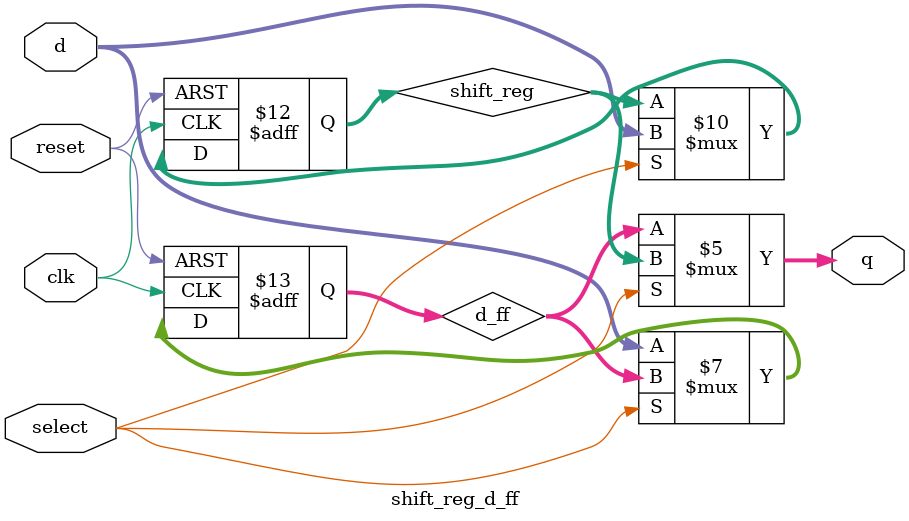
<source format=v>
module shift_reg_d_ff (
    input clk,
    input reset,            // Synchronous reset
    input [7:0] d,
    input select,           // Control input to choose between shift register and D flip-flop
    output [7:0] q
);

    reg [7:0] shift_reg;
    reg [7:0] d_ff;

    always @(posedge clk, negedge reset) begin
        if (reset == 1'b0) begin
            shift_reg <= 8'h34;
            d_ff <= 8'h34;
        end else begin
            if (select == 1'b1) begin
                shift_reg <= {shift_reg[6:0], d};
            end else begin
                d_ff <= d;
            end
        end
    end

    assign q = (select == 1'b1) ? shift_reg : d_ff;

endmodule
</source>
